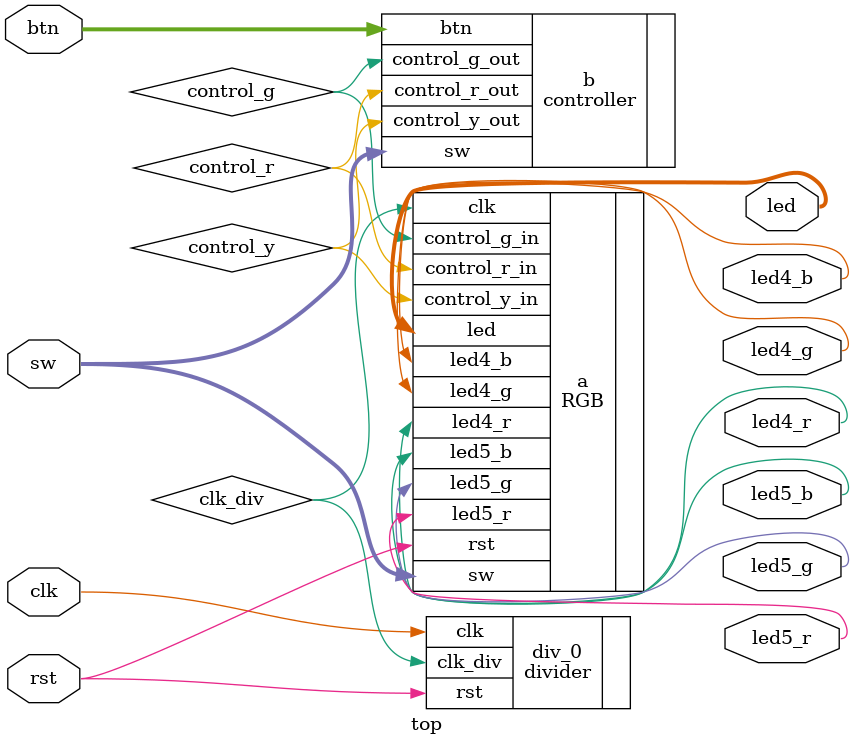
<source format=v>
module top(
    input   clk   ,
    input   rst   ,
    input   [3:0] btn,
    input   [1:0] sw  ,
    output  led4_b,led4_r,led4_g,led5_b,led5_r,led5_g,
    output  [3:0] led
    );
    
    wire    clk_div ;
    wire    control_r,control_g,control_y;
    
    controller b(
    .btn (btn),
    .sw (sw),
    .control_r_out (control_r) ,
    .control_y_out (control_y),
    .control_g_out (control_g)
    );
    
    RGB a(
    .clk    (clk_div),
    .rst    (rst),
    .sw (sw),
    .control_r_in (control_r),
    .control_y_in (control_y),
    .control_g_in (control_g),
    .led4_b (led4_b),
    .led4_r (led4_r),
    .led4_g (led4_g),
    .led5_b (led5_b),
    .led5_r (led5_r),
    .led5_g (led5_g),
    .led (led)
    );
    
   
    divider div_0(
    .clk    (clk),
    .rst    (rst),
    .clk_div    (clk_div)
    );
    
    
endmodule

</source>
